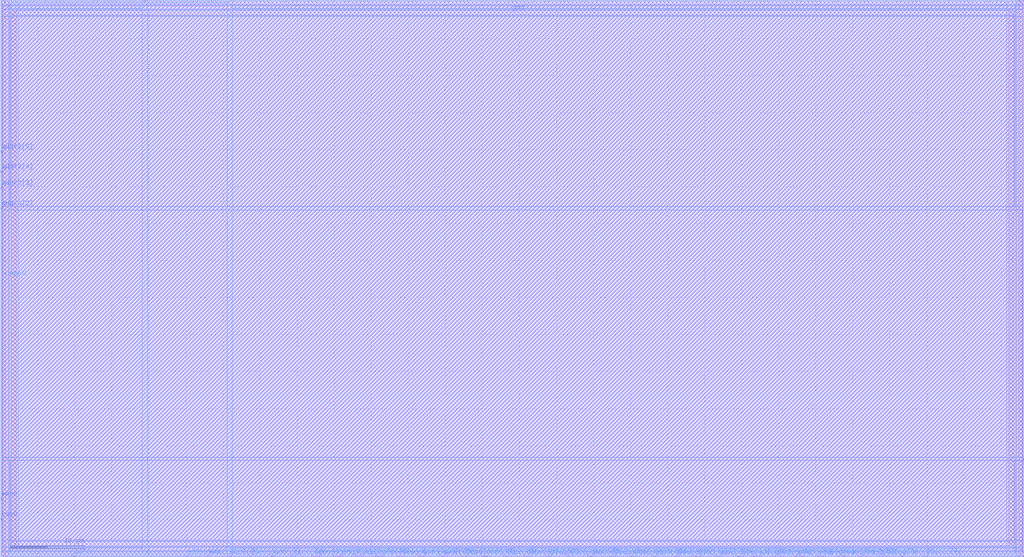
<source format=lef>
VERSION 5.4 ;
NAMESCASESENSITIVE ON ;
BUSBITCHARS "[]" ;
DIVIDERCHAR "/" ;
UNITS
  DATABASE MICRONS 2000 ;
END UNITS
MACRO SRAM_32x128_1rw
   CLASS BLOCK ;
   SIZE 138.11 BY 75.235 ;
   SYMMETRY X Y R90 ;
   PIN din0[0]
      DIRECTION INPUT ;
      PORT
         LAYER metal4 ;
         RECT  30.8425 0.0 30.9825 0.14 ;
      END
   END din0[0]
   PIN din0[1]
      DIRECTION INPUT ;
      PORT
         LAYER metal4 ;
         RECT  33.7025 0.0 33.8425 0.14 ;
      END
   END din0[1]
   PIN din0[2]
      DIRECTION INPUT ;
      PORT
         LAYER metal4 ;
         RECT  36.5625 0.0 36.7025 0.14 ;
      END
   END din0[2]
   PIN din0[3]
      DIRECTION INPUT ;
      PORT
         LAYER metal4 ;
         RECT  39.4225 0.0 39.5625 0.14 ;
      END
   END din0[3]
   PIN din0[4]
      DIRECTION INPUT ;
      PORT
         LAYER metal4 ;
         RECT  42.2825 0.0 42.4225 0.14 ;
      END
   END din0[4]
   PIN din0[5]
      DIRECTION INPUT ;
      PORT
         LAYER metal4 ;
         RECT  45.1425 0.0 45.2825 0.14 ;
      END
   END din0[5]
   PIN din0[6]
      DIRECTION INPUT ;
      PORT
         LAYER metal4 ;
         RECT  48.0025 0.0 48.1425 0.14 ;
      END
   END din0[6]
   PIN din0[7]
      DIRECTION INPUT ;
      PORT
         LAYER metal4 ;
         RECT  50.8625 0.0 51.0025 0.14 ;
      END
   END din0[7]
   PIN din0[8]
      DIRECTION INPUT ;
      PORT
         LAYER metal4 ;
         RECT  53.7225 0.0 53.8625 0.14 ;
      END
   END din0[8]
   PIN din0[9]
      DIRECTION INPUT ;
      PORT
         LAYER metal4 ;
         RECT  56.5825 0.0 56.7225 0.14 ;
      END
   END din0[9]
   PIN din0[10]
      DIRECTION INPUT ;
      PORT
         LAYER metal4 ;
         RECT  59.4425 0.0 59.5825 0.14 ;
      END
   END din0[10]
   PIN din0[11]
      DIRECTION INPUT ;
      PORT
         LAYER metal4 ;
         RECT  62.3025 0.0 62.4425 0.14 ;
      END
   END din0[11]
   PIN din0[12]
      DIRECTION INPUT ;
      PORT
         LAYER metal4 ;
         RECT  65.1625 0.0 65.3025 0.14 ;
      END
   END din0[12]
   PIN din0[13]
      DIRECTION INPUT ;
      PORT
         LAYER metal4 ;
         RECT  68.0225 0.0 68.1625 0.14 ;
      END
   END din0[13]
   PIN din0[14]
      DIRECTION INPUT ;
      PORT
         LAYER metal4 ;
         RECT  70.8825 0.0 71.0225 0.14 ;
      END
   END din0[14]
   PIN din0[15]
      DIRECTION INPUT ;
      PORT
         LAYER metal4 ;
         RECT  73.7425 0.0 73.8825 0.14 ;
      END
   END din0[15]
   PIN din0[16]
      DIRECTION INPUT ;
      PORT
         LAYER metal4 ;
         RECT  76.6025 0.0 76.7425 0.14 ;
      END
   END din0[16]
   PIN din0[17]
      DIRECTION INPUT ;
      PORT
         LAYER metal4 ;
         RECT  79.4625 0.0 79.6025 0.14 ;
      END
   END din0[17]
   PIN din0[18]
      DIRECTION INPUT ;
      PORT
         LAYER metal4 ;
         RECT  82.3225 0.0 82.4625 0.14 ;
      END
   END din0[18]
   PIN din0[19]
      DIRECTION INPUT ;
      PORT
         LAYER metal4 ;
         RECT  85.1825 0.0 85.3225 0.14 ;
      END
   END din0[19]
   PIN din0[20]
      DIRECTION INPUT ;
      PORT
         LAYER metal4 ;
         RECT  88.0425 0.0 88.1825 0.14 ;
      END
   END din0[20]
   PIN din0[21]
      DIRECTION INPUT ;
      PORT
         LAYER metal4 ;
         RECT  90.9025 0.0 91.0425 0.14 ;
      END
   END din0[21]
   PIN din0[22]
      DIRECTION INPUT ;
      PORT
         LAYER metal4 ;
         RECT  93.7625 0.0 93.9025 0.14 ;
      END
   END din0[22]
   PIN din0[23]
      DIRECTION INPUT ;
      PORT
         LAYER metal4 ;
         RECT  96.6225 0.0 96.7625 0.14 ;
      END
   END din0[23]
   PIN din0[24]
      DIRECTION INPUT ;
      PORT
         LAYER metal4 ;
         RECT  99.4825 0.0 99.6225 0.14 ;
      END
   END din0[24]
   PIN din0[25]
      DIRECTION INPUT ;
      PORT
         LAYER metal4 ;
         RECT  102.3425 0.0 102.4825 0.14 ;
      END
   END din0[25]
   PIN din0[26]
      DIRECTION INPUT ;
      PORT
         LAYER metal4 ;
         RECT  105.2025 0.0 105.3425 0.14 ;
      END
   END din0[26]
   PIN din0[27]
      DIRECTION INPUT ;
      PORT
         LAYER metal4 ;
         RECT  108.0625 0.0 108.2025 0.14 ;
      END
   END din0[27]
   PIN din0[28]
      DIRECTION INPUT ;
      PORT
         LAYER metal4 ;
         RECT  110.9225 0.0 111.0625 0.14 ;
      END
   END din0[28]
   PIN din0[29]
      DIRECTION INPUT ;
      PORT
         LAYER metal4 ;
         RECT  113.7825 0.0 113.9225 0.14 ;
      END
   END din0[29]
   PIN din0[30]
      DIRECTION INPUT ;
      PORT
         LAYER metal4 ;
         RECT  116.6425 0.0 116.7825 0.14 ;
      END
   END din0[30]
   PIN din0[31]
      DIRECTION INPUT ;
      PORT
         LAYER metal4 ;
         RECT  119.5025 0.0 119.6425 0.14 ;
      END
   END din0[31]
   PIN addr0[0]
      DIRECTION INPUT ;
      PORT
         LAYER metal4 ;
         RECT  25.1225 0.0 25.2625 0.14 ;
      END
   END addr0[0]
   PIN addr0[1]
      DIRECTION INPUT ;
      PORT
         LAYER metal4 ;
         RECT  27.9825 0.0 28.1225 0.14 ;
      END
   END addr0[1]
   PIN addr0[2]
      DIRECTION INPUT ;
      PORT
         LAYER metal3 ;
         RECT  0.0 46.99 0.14 47.13 ;
      END
   END addr0[2]
   PIN addr0[3]
      DIRECTION INPUT ;
      PORT
         LAYER metal3 ;
         RECT  0.0 49.72 0.14 49.86 ;
      END
   END addr0[3]
   PIN addr0[4]
      DIRECTION INPUT ;
      PORT
         LAYER metal3 ;
         RECT  0.0 51.93 0.14 52.07 ;
      END
   END addr0[4]
   PIN addr0[5]
      DIRECTION INPUT ;
      PORT
         LAYER metal3 ;
         RECT  0.0 54.66 0.14 54.8 ;
      END
   END addr0[5]
   PIN addr0[6]
      DIRECTION INPUT ;
      PORT
         LAYER metal4 ;
         RECT  19.405 75.095 19.545 75.235 ;
      END
   END addr0[6]
   PIN csb0
      DIRECTION INPUT ;
      PORT
         LAYER metal3 ;
         RECT  0.0 5.0 0.14 5.14 ;
      END
   END csb0
   PIN web0
      DIRECTION INPUT ;
      PORT
         LAYER metal3 ;
         RECT  0.0 7.73 0.14 7.87 ;
      END
   END web0
   PIN clk0
      DIRECTION INPUT ;
      PORT
         LAYER metal4 ;
         RECT  9.84 0.0 9.98 0.14 ;
      END
   END clk0
   PIN dout0[0]
      DIRECTION OUTPUT ;
      PORT
         LAYER metal4 ;
         RECT  42.9125 0.0 43.0525 0.14 ;
      END
   END dout0[0]
   PIN dout0[1]
      DIRECTION OUTPUT ;
      PORT
         LAYER metal4 ;
         RECT  45.7325 0.0 45.8725 0.14 ;
      END
   END dout0[1]
   PIN dout0[2]
      DIRECTION OUTPUT ;
      PORT
         LAYER metal4 ;
         RECT  48.5525 0.0 48.6925 0.14 ;
      END
   END dout0[2]
   PIN dout0[3]
      DIRECTION OUTPUT ;
      PORT
         LAYER metal4 ;
         RECT  51.3725 0.0 51.5125 0.14 ;
      END
   END dout0[3]
   PIN dout0[4]
      DIRECTION OUTPUT ;
      PORT
         LAYER metal4 ;
         RECT  54.1925 0.0 54.3325 0.14 ;
      END
   END dout0[4]
   PIN dout0[5]
      DIRECTION OUTPUT ;
      PORT
         LAYER metal4 ;
         RECT  57.0125 0.0 57.1525 0.14 ;
      END
   END dout0[5]
   PIN dout0[6]
      DIRECTION OUTPUT ;
      PORT
         LAYER metal4 ;
         RECT  59.8325 0.0 59.9725 0.14 ;
      END
   END dout0[6]
   PIN dout0[7]
      DIRECTION OUTPUT ;
      PORT
         LAYER metal4 ;
         RECT  62.6525 0.0 62.7925 0.14 ;
      END
   END dout0[7]
   PIN dout0[8]
      DIRECTION OUTPUT ;
      PORT
         LAYER metal4 ;
         RECT  65.4725 0.0 65.6125 0.14 ;
      END
   END dout0[8]
   PIN dout0[9]
      DIRECTION OUTPUT ;
      PORT
         LAYER metal4 ;
         RECT  68.3075 0.0 68.4475 0.14 ;
      END
   END dout0[9]
   PIN dout0[10]
      DIRECTION OUTPUT ;
      PORT
         LAYER metal4 ;
         RECT  71.185 0.0 71.325 0.14 ;
      END
   END dout0[10]
   PIN dout0[11]
      DIRECTION OUTPUT ;
      PORT
         LAYER metal4 ;
         RECT  74.0275 0.0 74.1675 0.14 ;
      END
   END dout0[11]
   PIN dout0[12]
      DIRECTION OUTPUT ;
      PORT
         LAYER metal4 ;
         RECT  76.8875 0.0 77.0275 0.14 ;
      END
   END dout0[12]
   PIN dout0[13]
      DIRECTION OUTPUT ;
      PORT
         LAYER metal4 ;
         RECT  79.7475 0.0 79.8875 0.14 ;
      END
   END dout0[13]
   PIN dout0[14]
      DIRECTION OUTPUT ;
      PORT
         LAYER metal4 ;
         RECT  82.6075 0.0 82.7475 0.14 ;
      END
   END dout0[14]
   PIN dout0[15]
      DIRECTION OUTPUT ;
      PORT
         LAYER metal4 ;
         RECT  85.4675 0.0 85.6075 0.14 ;
      END
   END dout0[15]
   PIN dout0[16]
      DIRECTION OUTPUT ;
      PORT
         LAYER metal4 ;
         RECT  88.3275 0.0 88.4675 0.14 ;
      END
   END dout0[16]
   PIN dout0[17]
      DIRECTION OUTPUT ;
      PORT
         LAYER metal4 ;
         RECT  91.1875 0.0 91.3275 0.14 ;
      END
   END dout0[17]
   PIN dout0[18]
      DIRECTION OUTPUT ;
      PORT
         LAYER metal4 ;
         RECT  94.245 0.0 94.385 0.14 ;
      END
   END dout0[18]
   PIN dout0[19]
      DIRECTION OUTPUT ;
      PORT
         LAYER metal4 ;
         RECT  97.065 0.0 97.205 0.14 ;
      END
   END dout0[19]
   PIN dout0[20]
      DIRECTION OUTPUT ;
      PORT
         LAYER metal4 ;
         RECT  99.885 0.0 100.025 0.14 ;
      END
   END dout0[20]
   PIN dout0[21]
      DIRECTION OUTPUT ;
      PORT
         LAYER metal4 ;
         RECT  101.585 0.0 101.725 0.14 ;
      END
   END dout0[21]
   PIN dout0[22]
      DIRECTION OUTPUT ;
      PORT
         LAYER metal4 ;
         RECT  104.445 0.0 104.585 0.14 ;
      END
   END dout0[22]
   PIN dout0[23]
      DIRECTION OUTPUT ;
      PORT
         LAYER metal4 ;
         RECT  107.305 0.0 107.445 0.14 ;
      END
   END dout0[23]
   PIN dout0[24]
      DIRECTION OUTPUT ;
      PORT
         LAYER metal4 ;
         RECT  110.165 0.0 110.305 0.14 ;
      END
   END dout0[24]
   PIN dout0[25]
      DIRECTION OUTPUT ;
      PORT
         LAYER metal4 ;
         RECT  113.025 0.0 113.165 0.14 ;
      END
   END dout0[25]
   PIN dout0[26]
      DIRECTION OUTPUT ;
      PORT
         LAYER metal4 ;
         RECT  115.885 0.0 116.025 0.14 ;
      END
   END dout0[26]
   PIN dout0[27]
      DIRECTION OUTPUT ;
      PORT
         LAYER metal4 ;
         RECT  118.745 0.0 118.885 0.14 ;
      END
   END dout0[27]
   PIN dout0[28]
      DIRECTION OUTPUT ;
      PORT
         LAYER metal4 ;
         RECT  121.605 0.0 121.745 0.14 ;
      END
   END dout0[28]
   PIN dout0[29]
      DIRECTION OUTPUT ;
      PORT
         LAYER metal4 ;
         RECT  124.6925 0.0 124.8325 0.14 ;
      END
   END dout0[29]
   PIN dout0[30]
      DIRECTION OUTPUT ;
      PORT
         LAYER metal3 ;
         RECT  137.97 13.1625 138.11 13.3025 ;
      END
   END dout0[30]
   PIN dout0[31]
      DIRECTION OUTPUT ;
      PORT
         LAYER metal3 ;
         RECT  137.97 12.9275 138.11 13.0675 ;
      END
   END dout0[31]
   PIN vdd
      DIRECTION INOUT ;
      USE POWER ; 
      SHAPE ABUTMENT ; 
      PORT
         LAYER metal3 ;
         RECT  0.0 0.0 138.11 0.7 ;
         LAYER metal4 ;
         RECT  137.41 0.0 138.11 75.235 ;
         LAYER metal4 ;
         RECT  0.0 0.0 0.7 75.235 ;
         LAYER metal3 ;
         RECT  0.0 74.535 138.11 75.235 ;
      END
   END vdd
   PIN gnd
      DIRECTION INOUT ;
      USE GROUND ; 
      SHAPE ABUTMENT ; 
      PORT
         LAYER metal3 ;
         RECT  1.4 1.4 136.71 2.1 ;
         LAYER metal3 ;
         RECT  1.4 73.135 136.71 73.835 ;
         LAYER metal4 ;
         RECT  136.01 1.4 136.71 73.835 ;
         LAYER metal4 ;
         RECT  1.4 1.4 2.1 73.835 ;
      END
   END gnd
   OBS
   LAYER  metal1 ;
      RECT  0.14 0.14 137.97 75.095 ;
   LAYER  metal2 ;
      RECT  0.14 0.14 137.97 75.095 ;
   LAYER  metal3 ;
      RECT  0.28 46.85 137.97 47.27 ;
      RECT  0.14 47.27 0.28 49.58 ;
      RECT  0.14 50.0 0.28 51.79 ;
      RECT  0.14 52.21 0.28 54.52 ;
      RECT  0.14 5.28 0.28 7.59 ;
      RECT  0.14 8.01 0.28 46.85 ;
      RECT  0.28 13.0225 137.83 13.4425 ;
      RECT  0.28 13.4425 137.83 46.85 ;
      RECT  137.83 13.4425 137.97 46.85 ;
      RECT  0.14 0.84 0.28 4.86 ;
      RECT  137.83 0.84 137.97 12.7875 ;
      RECT  0.14 54.94 0.28 74.395 ;
      RECT  0.28 0.84 1.26 1.26 ;
      RECT  0.28 1.26 1.26 2.24 ;
      RECT  0.28 2.24 1.26 13.0225 ;
      RECT  1.26 0.84 136.85 1.26 ;
      RECT  1.26 2.24 136.85 13.0225 ;
      RECT  136.85 0.84 137.83 1.26 ;
      RECT  136.85 1.26 137.83 2.24 ;
      RECT  136.85 2.24 137.83 13.0225 ;
      RECT  0.28 47.27 1.26 72.995 ;
      RECT  0.28 72.995 1.26 73.975 ;
      RECT  0.28 73.975 1.26 74.395 ;
      RECT  1.26 47.27 136.85 72.995 ;
      RECT  1.26 73.975 136.85 74.395 ;
      RECT  136.85 47.27 137.97 72.995 ;
      RECT  136.85 72.995 137.97 73.975 ;
      RECT  136.85 73.975 137.97 74.395 ;
   LAYER  metal4 ;
      RECT  30.5625 0.42 31.2625 75.095 ;
      RECT  31.2625 0.14 33.4225 0.42 ;
      RECT  34.1225 0.14 36.2825 0.42 ;
      RECT  36.9825 0.14 39.1425 0.42 ;
      RECT  39.8425 0.14 42.0025 0.42 ;
      RECT  25.5425 0.14 27.7025 0.42 ;
      RECT  28.4025 0.14 30.5625 0.42 ;
      RECT  19.125 0.42 19.825 74.815 ;
      RECT  19.825 0.42 30.5625 74.815 ;
      RECT  19.825 74.815 30.5625 75.095 ;
      RECT  10.26 0.14 24.8425 0.42 ;
      RECT  43.3325 0.14 44.8625 0.42 ;
      RECT  46.1525 0.14 47.7225 0.42 ;
      RECT  48.9725 0.14 50.5825 0.42 ;
      RECT  51.7925 0.14 53.4425 0.42 ;
      RECT  54.6125 0.14 56.3025 0.42 ;
      RECT  57.4325 0.14 59.1625 0.42 ;
      RECT  60.2525 0.14 62.0225 0.42 ;
      RECT  63.0725 0.14 64.8825 0.42 ;
      RECT  65.8925 0.14 67.7425 0.42 ;
      RECT  68.7275 0.14 70.6025 0.42 ;
      RECT  71.605 0.14 73.4625 0.42 ;
      RECT  74.4475 0.14 76.3225 0.42 ;
      RECT  77.3075 0.14 79.1825 0.42 ;
      RECT  80.1675 0.14 82.0425 0.42 ;
      RECT  83.0275 0.14 84.9025 0.42 ;
      RECT  85.8875 0.14 87.7625 0.42 ;
      RECT  88.7475 0.14 90.6225 0.42 ;
      RECT  91.6075 0.14 93.4825 0.42 ;
      RECT  94.665 0.14 96.3425 0.42 ;
      RECT  97.485 0.14 99.2025 0.42 ;
      RECT  100.305 0.14 101.305 0.42 ;
      RECT  102.005 0.14 102.0625 0.42 ;
      RECT  102.7625 0.14 104.165 0.42 ;
      RECT  104.865 0.14 104.9225 0.42 ;
      RECT  105.6225 0.14 107.025 0.42 ;
      RECT  107.725 0.14 107.7825 0.42 ;
      RECT  108.4825 0.14 109.885 0.42 ;
      RECT  110.585 0.14 110.6425 0.42 ;
      RECT  111.3425 0.14 112.745 0.42 ;
      RECT  113.445 0.14 113.5025 0.42 ;
      RECT  114.2025 0.14 115.605 0.42 ;
      RECT  116.305 0.14 116.3625 0.42 ;
      RECT  117.0625 0.14 118.465 0.42 ;
      RECT  119.165 0.14 119.2225 0.42 ;
      RECT  119.9225 0.14 121.325 0.42 ;
      RECT  122.025 0.14 124.4125 0.42 ;
      RECT  125.1125 0.14 137.13 0.42 ;
      RECT  0.98 74.815 19.125 75.095 ;
      RECT  0.98 0.14 9.56 0.42 ;
      RECT  31.2625 0.42 135.73 1.12 ;
      RECT  31.2625 1.12 135.73 74.115 ;
      RECT  31.2625 74.115 135.73 75.095 ;
      RECT  135.73 0.42 136.99 1.12 ;
      RECT  135.73 74.115 136.99 75.095 ;
      RECT  136.99 0.42 137.13 1.12 ;
      RECT  136.99 1.12 137.13 74.115 ;
      RECT  136.99 74.115 137.13 75.095 ;
      RECT  0.98 0.42 1.12 1.12 ;
      RECT  0.98 1.12 1.12 74.115 ;
      RECT  0.98 74.115 1.12 74.815 ;
      RECT  1.12 0.42 2.38 1.12 ;
      RECT  1.12 74.115 2.38 74.815 ;
      RECT  2.38 0.42 19.125 1.12 ;
      RECT  2.38 1.12 19.125 74.115 ;
      RECT  2.38 74.115 19.125 74.815 ;
   END
END    SRAM_32x128_1rw
END    LIBRARY

</source>
